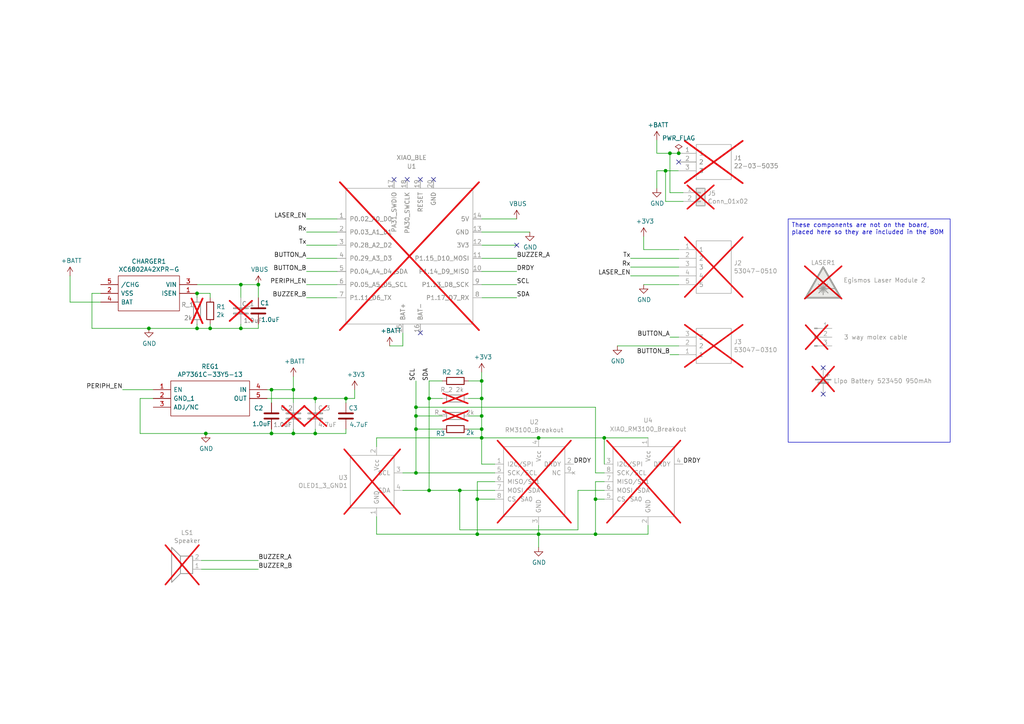
<source format=kicad_sch>
(kicad_sch (version 20231120) (generator "eeschema") (generator_version "8.0")
  (paper "A4")
  (lib_symbols
    (symbol "Connector_Generic:Conn_01x02" (pin_names (offset 1.016) hide)
      (property "Reference" "J" (at 0 2.54 0))
      (property "Value" "Conn_01x02" (at 0 -5.08 0))
      (symbol "Conn_01x02_1_1"
        (rectangle (start -1.27 -2.413) (end 0 -2.667) (stroke (width 0.1524)))
        (rectangle (start -1.27 0.127) (end 0 -0.127) (stroke (width 0.1524)))
        (rectangle (start -1.27 1.27) (end 1.27 -3.81) (stroke (width 0.254)) (fill (type background)))
        (pin passive line (at -5.08 0 0) (length 3.81) (name "Pin_1") (number "1"))
        (pin passive line (at -5.08 -2.54 0) (length 3.81) (name "Pin_2") (number "2"))
      )
    )
    (symbol "Device:Battery_Cell" (pin_numbers hide) (pin_names (offset 0) hide)
      (property "Reference" "BT" (at 2.54 2.54 0))
      (property "Value" "Battery_Cell" (at 2.54 0 0))
      (symbol "Battery_Cell_0_1"
        (rectangle (start -2.286 1.778) (end 2.286 1.524) (fill (type outline)))
        (rectangle (start -1.524 1.016) (end 1.524 0.508) (fill (type outline)))
        (polyline (pts (xy 0 0.762) (xy 0 0)))
        (polyline (pts (xy 0 1.778) (xy 0 2.54)))
        (polyline (pts (xy 0.762 3.048) (xy 1.778 3.048)) (stroke (width 0.254)))
        (polyline (pts (xy 1.27 3.556) (xy 1.27 2.54)) (stroke (width 0.254)))
      )
      (symbol "Battery_Cell_1_1"
        (pin passive line (at 0 5.08 270) (length 2.54) (name "+") (number "1"))
        (pin passive line (at 0 -2.54 90) (length 2.54) (name "-") (number "2"))
      )
    )
    (symbol "Device:C" (pin_numbers hide) (pin_names (offset 0.254))
      (property "Reference" "C" (at 0.635 2.54 0))
      (property "Value" "C" (at 0.635 -2.54 0))
      (symbol "C_0_1"
        (polyline (pts (xy -2.032 -0.762) (xy 2.032 -0.762)) (stroke (width 0.508)))
        (polyline (pts (xy -2.032 0.762) (xy 2.032 0.762)) (stroke (width 0.508)))
      )
      (symbol "C_1_1"
        (pin passive line (at 0 3.81 270) (length 2.794) (name "~") (number "1"))
        (pin passive line (at 0 -3.81 90) (length 2.794) (name "~") (number "2"))
      )
    )
    (symbol "Device:R" (pin_numbers hide) (pin_names (offset 0))
      (property "Reference" "R" (at 2.032 0 90))
      (property "Value" "R" (at 0 0 90))
      (symbol "R_0_1"
        (rectangle (start -1.016 -2.54) (end 1.016 2.54) (stroke (width 0.254)))
      )
      (symbol "R_1_1"
        (pin passive line (at 0 3.81 270) (length 1.27) (name "~") (number "1"))
        (pin passive line (at 0 -3.81 90) (length 1.27) (name "~") (number "2"))
      )
    )
    (symbol "Device:Speaker" (pin_names (offset 0) hide)
      (property "Reference" "LS" (at 1.27 5.715 0))
      (property "Value" "Speaker" (at 1.27 3.81 0))
      (symbol "Speaker_0_0"
        (rectangle (start -2.54 1.27) (end 1.016 -3.81) (stroke (width 0.254)))
        (polyline (pts (xy 1.016 1.27) (xy 3.556 3.81) (xy 3.556 -6.35) (xy 1.016 -3.81)) (stroke (width 0.254)))
      )
      (symbol "Speaker_1_1"
        (pin input line (at -5.08 0 0) (length 2.54) (name "1") (number "1"))
        (pin input line (at -5.08 -2.54 0) (length 2.54) (name "2") (number "2"))
      )
    )
    (symbol "Graphic:SYM_LASER_Large" (in_bom no) (on_board no)
      (symbol "SYM_LASER_Large_0_1"
        (polyline (pts (xy -1.905 -2.413) (xy 3.556 -2.413)) (stroke (width 0.254)))
        (polyline (pts (xy -1.27 -3.683) (xy 1.27 -1.143)) (stroke (width 0.254)))
        (polyline (pts (xy -1.143 -2.921) (xy 1.143 -1.905)))
        (polyline (pts (xy -1.143 -2.032) (xy 1.143 -2.794)))
        (polyline (pts (xy -0.508 -1.27) (xy 0.508 -3.556)))
        (polyline (pts (xy 0 -4.191) (xy 0 -0.508)) (stroke (width 0.254)))
        (polyline (pts (xy 0.508 -1.27) (xy -0.508 -3.556)))
        (polyline (pts (xy 1.397 -3.683) (xy -1.397 -1.143)) (stroke (width 0.254)))
        (polyline (pts (xy -5.08 -5.08) (xy 5.08 -5.08) (xy 0 3.81) (xy -5.08 -5.08)) (stroke (width 0.508)) (fill (type background)))
      )
    )
    (symbol "STIC-rescue:22-03-5035-SamacSys" (pin_names (offset 0.762))
      (property "Reference" "J" (at 16.51 7.62 0))
      (property "Value" "SamacSys_22-03-5035" (at 16.51 5.08 0))
      (symbol "22-03-5035-SamacSys_0_0"
        (pin passive line (at 0 0 0) (length 5.08) (name "1") (number "1"))
        (pin passive line (at 0 -2.54 0) (length 5.08) (name "2") (number "2"))
        (pin passive line (at 0 -5.08 0) (length 5.08) (name "3") (number "3"))
      )
      (symbol "22-03-5035-SamacSys_0_1"
        (polyline (pts (xy 5.08 2.54) (xy 15.24 2.54) (xy 15.24 -7.62) (xy 5.08 -7.62) (xy 5.08 2.54)) (stroke (width 0.1524)))
      )
    )
    (symbol "STIC-rescue:53047-0310-SamacSys" (pin_names (offset 0.762))
      (property "Reference" "J" (at 16.51 7.62 0))
      (property "Value" "SamacSys_53047-0310" (at 16.51 5.08 0))
      (symbol "53047-0310-SamacSys_0_0"
        (pin passive line (at 0 -5.08 0) (length 5.08) (name "1") (number "1"))
        (pin passive line (at 0 -2.54 0) (length 5.08) (name "2") (number "2"))
        (pin passive line (at 0 0 0) (length 5.08) (name "3") (number "3"))
      )
      (symbol "53047-0310-SamacSys_0_1"
        (polyline (pts (xy 5.08 2.54) (xy 15.24 2.54) (xy 15.24 -7.62) (xy 5.08 -7.62) (xy 5.08 2.54)) (stroke (width 0.1524)))
      )
    )
    (symbol "STIC-rescue:53047-0510-SamacSys" (pin_names (offset 0.762))
      (property "Reference" "J" (at 16.51 7.62 0))
      (property "Value" "SamacSys_53047-0510" (at 16.51 5.08 0))
      (symbol "53047-0510-SamacSys_0_0"
        (pin passive line (at 0 0 0) (length 5.08) (name "1") (number "1"))
        (pin passive line (at 0 -2.54 0) (length 5.08) (name "2") (number "2"))
        (pin passive line (at 0 -5.08 0) (length 5.08) (name "3") (number "3"))
        (pin passive line (at 0 -7.62 0) (length 5.08) (name "4") (number "4"))
        (pin passive line (at 0 -10.16 0) (length 5.08) (name "5") (number "5"))
      )
      (symbol "53047-0510-SamacSys_0_1"
        (polyline (pts (xy 5.08 2.54) (xy 15.24 2.54) (xy 15.24 -12.7) (xy 5.08 -12.7) (xy 5.08 2.54)) (stroke (width 0.1524)))
      )
    )
    (symbol "STIC-rescue:AP7361C-33Y5-13-AP7361C-33Y5-13" (pin_names (offset 0.762))
      (property "Reference" "IC" (at 29.21 7.62 0))
      (property "Value" "AP7361C-33Y5-13_AP7361C-33Y5-13" (at 29.21 5.08 0))
      (symbol "AP7361C-33Y5-13-AP7361C-33Y5-13_0_0"
        (pin passive line (at 0 0 0) (length 5.08) (name "EN") (number "1"))
        (pin passive line (at 0 -2.54 0) (length 5.08) (name "GND_1") (number "2"))
        (pin passive line (at 0 -5.08 0) (length 5.08) (name "ADJ/NC") (number "3"))
        (pin passive line (at 33.02 0 180) (length 5.08) (name "IN") (number "4"))
        (pin passive line (at 33.02 -2.54 180) (length 5.08) (name "OUT") (number "5"))
      )
      (symbol "AP7361C-33Y5-13-AP7361C-33Y5-13_0_1"
        (polyline (pts (xy 5.08 2.54) (xy 27.94 2.54) (xy 27.94 -7.62) (xy 5.08 -7.62) (xy 5.08 2.54)) (stroke (width 0.1524)))
      )
    )
    (symbol "STIC-rescue:Conn_01x03_Male-Connector" (pin_names (offset 1.016) hide)
      (property "Reference" "J" (at 0 5.08 0))
      (property "Value" "Connector_Conn_01x03_Male" (at 0 -5.08 0))
      (symbol "Conn_01x03_Male-Connector_1_1"
        (polyline (pts (xy 1.27 -2.54) (xy 0.8636 -2.54)) (stroke (width 0.1524)))
        (polyline (pts (xy 1.27 0) (xy 0.8636 0)) (stroke (width 0.1524)))
        (polyline (pts (xy 1.27 2.54) (xy 0.8636 2.54)) (stroke (width 0.1524)))
        (rectangle (start 0.8636 -2.413) (end 0 -2.667) (stroke (width 0.1524)) (fill (type outline)))
        (rectangle (start 0.8636 0.127) (end 0 -0.127) (stroke (width 0.1524)) (fill (type outline)))
        (rectangle (start 0.8636 2.667) (end 0 2.413) (stroke (width 0.1524)) (fill (type outline)))
        (pin passive line (at 5.08 2.54 180) (length 3.81) (name "Pin_1") (number "1"))
        (pin passive line (at 5.08 0 180) (length 3.81) (name "Pin_2") (number "2"))
        (pin passive line (at 5.08 -2.54 180) (length 3.81) (name "Pin_3") (number "3"))
      )
    )
    (symbol "STIC-rescue:OLED1_3_GND1-MDOB048064AV" (pin_names (offset 1.016))
      (property "Reference" "U" (at 0 0 0))
      (property "Value" "MDOB048064AV_OLED1_3_GND1" (at -5.08 0 90))
      (symbol "OLED1_3_GND1-MDOB048064AV_0_0"
        (pin power_in line (at 0 -10.16 90) (length 2.54) (name "GND") (number "1"))
        (pin power_in line (at 0 10.16 270) (length 2.54) (name "Vcc") (number "2"))
        (pin bidirectional line (at 7.62 2.54 180) (length 2.54) (name "SCL") (number "3"))
        (pin bidirectional line (at 7.62 -2.54 180) (length 2.54) (name "SDA") (number "4"))
      )
      (symbol "OLED1_3_GND1-MDOB048064AV_0_1"
        (rectangle (start -7.62 7.62) (end 5.08 -7.62))
      )
    )
    (symbol "STIC-rescue:RM3100_Breakout-XIAO" (pin_names (offset 1.016))
      (property "Reference" "U" (at 0 0 0))
      (property "Value" "XIAO_RM3100_Breakout" (at 0 20.32 0))
      (symbol "RM3100_Breakout-XIAO_0_1"
        (rectangle (start -10.16 12.7) (end 7.62 -7.62))
      )
      (symbol "RM3100_Breakout-XIAO_1_1"
        (pin input line (at -12.7 7.62 0) (length 2.54) (name "I2C/SPI") (number "1"))
        (pin output line (at 10.16 7.62 180) (length 2.54) (name "DRDY") (number "2"))
        (pin power_in line (at 0 -10.16 90) (length 2.54) (name "GND") (number "3"))
        (pin power_in line (at 0 15.24 270) (length 2.54) (name "Vcc") (number "4"))
        (pin input line (at -12.7 5.08 0) (length 2.54) (name "SCK/SCL") (number "5"))
        (pin input line (at -12.7 2.54 0) (length 2.54) (name "MISO/SA1") (number "6"))
        (pin input line (at -12.7 0 0) (length 2.54) (name "MOSI/SDA") (number "7"))
        (pin input line (at -12.7 -2.54 0) (length 2.54) (name "CS/SA0") (number "8"))
        (pin no_connect line (at 10.16 5.08 180) (length 2.54) (name "NC") (number "9"))
      )
    )
    (symbol "STIC-rescue:RM3100_red" (pin_names (offset 1.016))
      (property "Reference" "U" (at 0 0 0))
      (property "Value" "XIAO_RM3100_Breakout" (at 0 20.32 0))
      (symbol "RM3100_red_0_1"
        (rectangle (start -10.16 12.7) (end 7.62 -7.62))
      )
      (symbol "RM3100_red_1_1"
        (pin power_in line (at 0 15.24 270) (length 2.54) (name "Vcc") (number "1"))
        (pin power_in line (at 0 -10.16 90) (length 2.54) (name "GND") (number "2"))
        (pin input line (at -12.7 7.62 0) (length 2.54) (name "I2C/SPI") (number "3"))
        (pin output line (at 10.16 7.62 180) (length 2.54) (name "DRDY") (number "4"))
        (pin input line (at -12.7 -2.54 0) (length 2.54) (name "CS/SA0") (number "5"))
        (pin input line (at -12.7 0 0) (length 2.54) (name "MOSI/SDA") (number "6"))
        (pin input line (at -12.7 2.54 0) (length 2.54) (name "MISO/SA1") (number "7"))
        (pin input line (at -12.7 5.08 0) (length 2.54) (name "SCK/SCL") (number "8"))
      )
    )
    (symbol "STIC-rescue:XC6802A42XMR-G-XC6802A42XMR-G" (pin_names (offset 0.762))
      (property "Reference" "IC" (at 24.13 7.62 0))
      (property "Value" "XC6802A42XMR-G_XC6802A42XMR-G" (at 24.13 5.08 0))
      (symbol "XC6802A42XMR-G-XC6802A42XMR-G_0_0"
        (pin passive line (at 27.94 -2.54 180) (length 5.08) (name "ISEN") (number "1"))
        (pin passive line (at 0 -2.54 0) (length 5.08) (name "VSS") (number "2"))
        (pin passive line (at 27.94 0 180) (length 5.08) (name "VIN") (number "3"))
        (pin passive line (at 0 -5.08 0) (length 5.08) (name "BAT") (number "4"))
        (pin passive line (at 0 0 0) (length 5.08) (name "/CHG") (number "5"))
      )
      (symbol "XC6802A42XMR-G-XC6802A42XMR-G_0_1"
        (polyline (pts (xy 5.08 2.54) (xy 22.86 2.54) (xy 22.86 -7.62) (xy 5.08 -7.62) (xy 5.08 2.54)) (stroke (width 0.1524)))
      )
    )
    (symbol "STIC-rescue:XIAO_BLE-XIAO" (pin_names (offset 1.016))
      (property "Reference" "U" (at -19.05 22.86 0))
      (property "Value" "XIAO_XIAO_BLE" (at -12.7 21.59 0))
      (symbol "XIAO_BLE-XIAO_0_1"
        (rectangle (start -19.05 20.32) (end 17.78 -19.05))
      )
      (symbol "XIAO_BLE-XIAO_1_1"
        (pin bidirectional line (at -21.59 11.43 0) (length 2.54) (name "P0.02_A0_D0") (number "1"))
        (pin bidirectional line (at 20.32 -3.81 180) (length 2.54) (name "P1.14_D9_MISO") (number "10"))
        (pin bidirectional line (at 20.32 0 180) (length 2.54) (name "P1.15_D10_MOSI") (number "11"))
        (pin power_out line (at 20.32 3.81 180) (length 2.54) (name "3V3") (number "12"))
        (pin power_out line (at 20.32 7.62 180) (length 2.54) (name "GND") (number "13"))
        (pin power_out line (at 20.32 11.43 180) (length 2.54) (name "5V") (number "14"))
        (pin power_in line (at -2.54 -21.59 90) (length 2.54) (name "BAT+") (number "15"))
        (pin power_in line (at 2.54 -21.59 90) (length 2.54) (name "BAT-") (number "16"))
        (pin input line (at -5.08 22.86 270) (length 2.54) (name "PA31_SWDIO") (number "17"))
        (pin input line (at -1.27 22.86 270) (length 2.54) (name "PA30_SWCLK") (number "18"))
        (pin input line (at 2.54 22.86 270) (length 2.54) (name "RESET") (number "19"))
        (pin bidirectional line (at -21.59 7.62 0) (length 2.54) (name "P0.03_A1_D1") (number "2"))
        (pin power_out line (at 6.35 22.86 270) (length 2.54) (name "GND") (number "20"))
        (pin bidirectional line (at -21.59 3.81 0) (length 2.54) (name "P0.28_A2_D2") (number "3"))
        (pin bidirectional line (at -21.59 0 0) (length 2.54) (name "P0.29_A3_D3") (number "4"))
        (pin bidirectional line (at -21.59 -3.81 0) (length 2.54) (name "P0.04_A4_D4_SDA") (number "5"))
        (pin bidirectional line (at -21.59 -7.62 0) (length 2.54) (name "P0.05_A5_D5_SCL") (number "6"))
        (pin bidirectional line (at -21.59 -11.43 0) (length 2.54) (name "P1.11_D6_TX") (number "7"))
        (pin bidirectional line (at 20.32 -11.43 180) (length 2.54) (name "P1.17_D7_RX") (number "8"))
        (pin bidirectional line (at 20.32 -7.62 180) (length 2.54) (name "P1.13_D8_SCK") (number "9"))
      )
    )
    (symbol "power:+3V3" (power) (pin_names (offset 0))
      (property "Value" "+3V3" (at 0 3.556 0))
      (symbol "+3V3_0_1"
        (polyline (pts (xy -0.762 1.27) (xy 0 2.54)))
        (polyline (pts (xy 0 0) (xy 0 2.54)))
        (polyline (pts (xy 0 2.54) (xy 0.762 1.27)))
      )
      (symbol "+3V3_1_1"
        (pin power_in line (at 0 0 90) (length 0) hide (name "+3V3") (number "1"))
      )
    )
    (symbol "power:+BATT" (power) (pin_names (offset 0))
      (property "Value" "+BATT" (at 0 3.556 0))
      (symbol "+BATT_0_1"
        (polyline (pts (xy -0.762 1.27) (xy 0 2.54)))
        (polyline (pts (xy 0 0) (xy 0 2.54)))
        (polyline (pts (xy 0 2.54) (xy 0.762 1.27)))
      )
      (symbol "+BATT_1_1"
        (pin power_in line (at 0 0 90) (length 0) hide (name "+BATT") (number "1"))
      )
    )
    (symbol "power:GND" (power) (pin_names (offset 0))
      (property "Value" "GND" (at 0 -3.81 0))
      (symbol "GND_0_1"
        (polyline (pts (xy 0 0) (xy 0 -1.27) (xy 1.27 -1.27) (xy 0 -2.54) (xy -1.27 -1.27) (xy 0 -1.27)))
      )
      (symbol "GND_1_1"
        (pin power_in line (at 0 0 270) (length 0) hide (name "GND") (number "1"))
      )
    )
    (symbol "power:PWR_FLAG" (power) (pin_numbers hide) (pin_names (offset 0) hide)
      (property "Value" "PWR_FLAG" (at 0 3.81 0))
      (symbol "PWR_FLAG_0_0"
        (pin power_out line (at 0 0 90) (length 0) (name "pwr") (number "1"))
      )
      (symbol "PWR_FLAG_0_1"
        (polyline (pts (xy 0 0) (xy 0 1.27) (xy -1.016 1.905) (xy 0 2.54) (xy 1.016 1.905) (xy 0 1.27)))
      )
    )
    (symbol "power:VBUS" (power) (pin_names (offset 0))
      (property "Value" "VBUS" (at 0 3.81 0))
      (symbol "VBUS_0_1"
        (polyline (pts (xy -0.762 1.27) (xy 0 2.54)))
        (polyline (pts (xy 0 0) (xy 0 2.54)))
        (polyline (pts (xy 0 2.54) (xy 0.762 1.27)))
      )
      (symbol "VBUS_1_1"
        (pin power_in line (at 0 0 90) (length 0) hide (name "VBUS") (number "1"))
      )
    )
  )
  (junction (at 139.7 120.65))
  (junction (at 60.96 95.25))
  (junction (at 120.65 137.16))
  (junction (at 194.31 44.45))
  (junction (at 172.72 154.94))
  (junction (at 85.09 125.73))
  (junction (at 156.21 127))
  (junction (at 78.74 125.73))
  (junction (at 100.33 115.57))
  (junction (at 91.44 115.57))
  (junction (at 43.18 95.25))
  (junction (at 57.15 85.09))
  (junction (at 139.7 124.46))
  (junction (at 124.46 115.57))
  (junction (at 91.44 125.73))
  (junction (at 139.7 110.49))
  (junction (at 85.09 113.03))
  (junction (at 156.21 154.94))
  (junction (at 57.15 95.25))
  (junction (at 69.85 95.25))
  (junction (at 133.35 142.24))
  (junction (at 138.43 154.94))
  (junction (at 120.65 120.65))
  (junction (at 196.85 44.45))
  (junction (at 78.74 113.03))
  (junction (at 120.65 118.11))
  (junction (at 74.93 82.55))
  (junction (at 139.7 115.57))
  (junction (at 172.72 144.78))
  (junction (at 139.7 127))
  (junction (at 59.69 125.73))
  (junction (at 69.85 82.55))
  (junction (at 124.46 142.24))
  (junction (at 138.43 144.78))
  (junction (at 120.65 124.46))
  (junction (at 193.04 49.53))
  (junction (at 175.26 127))
  (no_connect (at 125.73 52.07))
  (no_connect (at 114.3 52.07))
  (no_connect (at 149.86 71.12))
  (no_connect (at 196.85 46.99))
  (no_connect (at 238.76 114.3))
  (no_connect (at 118.11 52.07))
  (no_connect (at 238.76 106.68))
  (no_connect (at 121.92 96.52))
  (no_connect (at 121.92 52.07))
  (wire (pts (xy 60.96 95.25) (xy 69.85 95.25)))
  (wire (pts (xy 198.12 58.42) (xy 193.04 58.42)))
  (wire (pts (xy 74.93 82.55) (xy 69.85 82.55)))
  (wire (pts (xy 109.22 154.94) (xy 138.43 154.94)))
  (wire (pts (xy 120.65 137.16) (xy 143.51 137.16)))
  (wire (pts (xy 124.46 110.49) (xy 128.27 110.49)))
  (wire (pts (xy 100.33 125.73) (xy 91.44 125.73)))
  (wire (pts (xy 57.15 95.25) (xy 60.96 95.25)))
  (wire (pts (xy 135.89 115.57) (xy 139.7 115.57)))
  (wire (pts (xy 194.31 44.45) (xy 190.5 44.45)))
  (wire (pts (xy 88.9 63.5) (xy 97.79 63.5)))
  (wire (pts (xy 139.7 127) (xy 139.7 134.62)))
  (wire (pts (xy 135.89 120.65) (xy 139.7 120.65)))
  (wire (pts (xy 78.74 113.03) (xy 85.09 113.03)))
  (wire (pts (xy 196.85 80.01) (xy 182.88 80.01)))
  (wire (pts (xy 20.32 87.63) (xy 20.32 80.01)))
  (wire (pts (xy 40.64 125.73) (xy 59.69 125.73)))
  (wire (pts (xy 128.27 120.65) (xy 120.65 120.65)))
  (wire (pts (xy 60.96 86.36) (xy 60.96 85.09)))
  (wire (pts (xy 172.72 154.94) (xy 156.21 154.94)))
  (wire (pts (xy 60.96 85.09) (xy 57.15 85.09)))
  (wire (pts (xy 186.69 72.39) (xy 186.69 68.58)))
  (wire (pts (xy 194.31 55.88) (xy 198.12 55.88)))
  (wire (pts (xy 139.7 86.36) (xy 149.86 86.36)))
  (wire (pts (xy 194.31 44.45) (xy 194.31 55.88)))
  (wire (pts (xy 74.93 95.25) (xy 69.85 95.25)))
  (wire (pts (xy 139.7 110.49) (xy 139.7 115.57)))
  (wire (pts (xy 196.85 77.47) (xy 182.88 77.47)))
  (wire (pts (xy 194.31 102.87) (xy 196.85 102.87)))
  (wire (pts (xy 196.85 49.53) (xy 193.04 49.53)))
  (wire (pts (xy 133.35 153.67) (xy 133.35 142.24)))
  (wire (pts (xy 139.7 107.95) (xy 139.7 110.49)))
  (wire (pts (xy 139.7 71.12) (xy 149.86 71.12)))
  (wire (pts (xy 97.79 67.31) (xy 88.9 67.31)))
  (wire (pts (xy 138.43 154.94) (xy 156.21 154.94)))
  (wire (pts (xy 57.15 95.25) (xy 57.15 93.98)))
  (wire (pts (xy 74.93 162.56) (xy 58.42 162.56)))
  (wire (pts (xy 69.85 82.55) (xy 69.85 86.36)))
  (wire (pts (xy 120.65 120.65) (xy 120.65 118.11)))
  (wire (pts (xy 29.21 85.09) (xy 26.67 85.09)))
  (wire (pts (xy 128.27 115.57) (xy 124.46 115.57)))
  (wire (pts (xy 116.84 142.24) (xy 124.46 142.24)))
  (wire (pts (xy 35.56 113.03) (xy 44.45 113.03)))
  (wire (pts (xy 78.74 124.46) (xy 78.74 125.73)))
  (wire (pts (xy 196.85 74.93) (xy 182.88 74.93)))
  (wire (pts (xy 135.89 110.49) (xy 139.7 110.49)))
  (wire (pts (xy 85.09 109.22) (xy 85.09 113.03)))
  (wire (pts (xy 91.44 124.46) (xy 91.44 125.73)))
  (wire (pts (xy 69.85 93.98) (xy 69.85 95.25)))
  (wire (pts (xy 139.7 74.93) (xy 149.86 74.93)))
  (wire (pts (xy 196.85 97.79) (xy 194.31 97.79)))
  (wire (pts (xy 109.22 149.86) (xy 109.22 154.94)))
  (wire (pts (xy 143.51 144.78) (xy 138.43 144.78)))
  (wire (pts (xy 116.84 137.16) (xy 120.65 137.16)))
  (wire (pts (xy 139.7 115.57) (xy 139.7 120.65)))
  (wire (pts (xy 193.04 49.53) (xy 190.5 49.53)))
  (wire (pts (xy 156.21 154.94) (xy 156.21 152.4)))
  (wire (pts (xy 139.7 67.31) (xy 153.67 67.31)))
  (wire (pts (xy 190.5 44.45) (xy 190.5 40.64)))
  (wire (pts (xy 196.85 44.45) (xy 194.31 44.45)))
  (wire (pts (xy 57.15 86.36) (xy 57.15 85.09)))
  (wire (pts (xy 100.33 115.57) (xy 102.87 115.57)))
  (wire (pts (xy 156.21 127) (xy 175.26 127)))
  (wire (pts (xy 85.09 113.03) (xy 85.09 116.84)))
  (wire (pts (xy 97.79 82.55) (xy 88.9 82.55)))
  (wire (pts (xy 133.35 142.24) (xy 143.51 142.24)))
  (wire (pts (xy 97.79 74.93) (xy 88.9 74.93)))
  (wire (pts (xy 139.7 82.55) (xy 149.86 82.55)))
  (wire (pts (xy 78.74 113.03) (xy 78.74 116.84)))
  (wire (pts (xy 175.26 127) (xy 187.96 127)))
  (wire (pts (xy 100.33 115.57) (xy 100.33 116.84)))
  (wire (pts (xy 196.85 72.39) (xy 186.69 72.39)))
  (wire (pts (xy 120.65 124.46) (xy 128.27 124.46)))
  (wire (pts (xy 91.44 125.73) (xy 85.09 125.73)))
  (wire (pts (xy 138.43 139.7) (xy 138.43 144.78)))
  (wire (pts (xy 59.69 125.73) (xy 78.74 125.73)))
  (wire (pts (xy 124.46 142.24) (xy 133.35 142.24)))
  (wire (pts (xy 40.64 115.57) (xy 40.64 125.73)))
  (wire (pts (xy 167.64 153.67) (xy 133.35 153.67)))
  (wire (pts (xy 58.42 165.1) (xy 74.93 165.1)))
  (wire (pts (xy 172.72 144.78) (xy 172.72 154.94)))
  (wire (pts (xy 124.46 142.24) (xy 124.46 115.57)))
  (wire (pts (xy 167.64 142.24) (xy 167.64 153.67)))
  (wire (pts (xy 43.18 95.25) (xy 57.15 95.25)))
  (wire (pts (xy 74.93 82.55) (xy 74.93 86.36)))
  (wire (pts (xy 44.45 115.57) (xy 40.64 115.57)))
  (wire (pts (xy 120.65 124.46) (xy 120.65 120.65)))
  (wire (pts (xy 113.03 100.33) (xy 116.84 100.33)))
  (wire (pts (xy 85.09 124.46) (xy 85.09 125.73)))
  (wire (pts (xy 139.7 63.5) (xy 149.86 63.5)))
  (wire (pts (xy 187.96 152.4) (xy 187.96 154.94)))
  (wire (pts (xy 139.7 124.46) (xy 139.7 127)))
  (wire (pts (xy 190.5 49.53) (xy 190.5 54.61)))
  (wire (pts (xy 135.89 124.46) (xy 139.7 124.46)))
  (wire (pts (xy 20.32 87.63) (xy 29.21 87.63)))
  (wire (pts (xy 120.65 137.16) (xy 120.65 124.46)))
  (wire (pts (xy 78.74 125.73) (xy 85.09 125.73)))
  (wire (pts (xy 116.84 96.52) (xy 116.84 100.33)))
  (wire (pts (xy 100.33 124.46) (xy 100.33 125.73)))
  (wire (pts (xy 26.67 85.09) (xy 26.67 95.25)))
  (wire (pts (xy 139.7 78.74) (xy 149.86 78.74)))
  (wire (pts (xy 97.79 86.36) (xy 88.9 86.36)))
  (wire (pts (xy 193.04 58.42) (xy 193.04 49.53)))
  (wire (pts (xy 139.7 134.62) (xy 143.51 134.62)))
  (wire (pts (xy 196.85 100.33) (xy 179.07 100.33)))
  (wire (pts (xy 91.44 116.84) (xy 91.44 115.57)))
  (wire (pts (xy 156.21 154.94) (xy 156.21 158.75)))
  (wire (pts (xy 77.47 113.03) (xy 78.74 113.03)))
  (wire (pts (xy 172.72 118.11) (xy 172.72 137.16)))
  (wire (pts (xy 120.65 118.11) (xy 120.65 110.49)))
  (wire (pts (xy 26.67 95.25) (xy 43.18 95.25)))
  (wire (pts (xy 175.26 127) (xy 175.26 134.62)))
  (wire (pts (xy 175.26 137.16) (xy 172.72 137.16)))
  (wire (pts (xy 109.22 127) (xy 139.7 127)))
  (wire (pts (xy 172.72 154.94) (xy 187.96 154.94)))
  (wire (pts (xy 120.65 118.11) (xy 172.72 118.11)))
  (wire (pts (xy 175.26 142.24) (xy 167.64 142.24)))
  (wire (pts (xy 172.72 144.78) (xy 175.26 144.78)))
  (wire (pts (xy 97.79 71.12) (xy 88.9 71.12)))
  (wire (pts (xy 138.43 144.78) (xy 138.43 154.94)))
  (wire (pts (xy 109.22 129.54) (xy 109.22 127)))
  (wire (pts (xy 60.96 93.98) (xy 60.96 95.25)))
  (wire (pts (xy 102.87 115.57) (xy 102.87 113.03)))
  (wire (pts (xy 77.47 115.57) (xy 91.44 115.57)))
  (wire (pts (xy 91.44 115.57) (xy 100.33 115.57)))
  (wire (pts (xy 175.26 139.7) (xy 172.72 139.7)))
  (wire (pts (xy 196.85 82.55) (xy 186.69 82.55)))
  (wire (pts (xy 74.93 93.98) (xy 74.93 95.25)))
  (wire (pts (xy 143.51 139.7) (xy 138.43 139.7)))
  (wire (pts (xy 97.79 78.74) (xy 88.9 78.74)))
  (wire (pts (xy 57.15 82.55) (xy 69.85 82.55)))
  (wire (pts (xy 139.7 120.65) (xy 139.7 124.46)))
  (wire (pts (xy 124.46 115.57) (xy 124.46 110.49)))
  (wire (pts (xy 156.21 127) (xy 139.7 127)))
  (wire (pts (xy 172.72 139.7) (xy 172.72 144.78)))
  (text_box "These components are not on the board, placed here so they are included in the BOM" (at 228.6 63.5 0) (size 46.99 64.77) (effects (font (size 1.27 1.27)) (justify left top)))
  (label "DRDY" (at 166.37 134.62 0))
  (label "Tx" (at 182.88 74.93 180))
  (label "PERIPH_EN" (at 35.56 113.03 180))
  (label "BUZZER_B" (at 74.93 165.1 0))
  (label "SCL" (at 149.86 82.55 0))
  (label "BUZZER_B" (at 88.9 86.36 180))
  (label "DRDY" (at 149.86 78.74 0))
  (label "DRDY" (at 198.12 134.62 0))
  (label "SDA" (at 149.86 86.36 0))
  (label "BUZZER_A" (at 74.93 162.56 0))
  (label "BUTTON_A" (at 194.31 97.79 180))
  (label "SDA" (at 124.46 110.49 90))
  (label "Rx" (at 182.88 77.47 180))
  (label "SCL" (at 120.65 110.49 90))
  (label "Tx" (at 88.9 71.12 180))
  (label "BUTTON_B" (at 194.31 102.87 180))
  (label "BUTTON_A" (at 88.9 74.93 180))
  (label "BUZZER_A" (at 149.86 74.93 0))
  (label "PERIPH_EN" (at 88.9 82.55 180))
  (label "Rx" (at 88.9 67.31 180))
  (label "LASER_EN" (at 182.88 80.01 180))
  (label "BUTTON_B" (at 88.9 78.74 180))
  (label "LASER_EN" (at 88.9 63.5 180))
  (symbol (lib_id "STIC-rescue:XIAO_BLE-XIAO") (at 119.38 74.93 0) (unit 1) (dnp yes)
    (property "Reference" "U1" (at 119.38 48.26 0))
    (property "Value" "XIAO_BLE" (at 119.38 45.72 0))
    (property "Footprint" "XIAO:Seeeduino_XIAO-MOUDLE14P-2.54-21X17.8MM" (effects (hide yes)))
    (property "Description" "XIAO nRF52840 Sense microcontroller" (effects (hide yes)))
    (property "Farnell Part Number" "4060352 " (effects (hide yes)))
    (property "Manufacturer_Part_Number" "102010469" (effects (hide yes)))
    (property "Mouser Part Number" "4060352 " (effects (hide yes)))
    (property "Manufacturer_Name" "Seeed" (effects (hide yes)))
  )
  (symbol (lib_id "Device:Speaker") (at 53.34 165.1 180) (unit 1) (dnp yes)
    (property "Reference" "LS1" (at 54.2798 154.5082 0))
    (property "Value" "Speaker" (at 54.2798 156.8196 0))
    (property "Footprint" "KiCad_imports:SPKR_AST1240MLTRQ" (effects (hide yes)))
    (property "Description" "Piezo transducer, 12mm" (effects (hide yes)))
    (property "Manufacturer_Part_Number" "AST1240MLTRQ or MCABT-458-RC " (effects (hide yes)))
    (property "Farnell Part Number" "2433031" (effects (hide yes)))
  )
  (symbol (lib_id "STIC-rescue:RM3100_Breakout-XIAO") (at 156.21 142.24 0) (unit 1) (dnp yes)
    (property "Reference" "U2" (at 154.94 122.4026 0))
    (property "Value" "RM3100_Breakout" (at 154.94 124.714 0))
    (property "Footprint" "XIAO:RM3100_Breakout" (effects (hide yes)))
    (property "Description" "RM3100 magnetometer - breakout board" (effects (hide yes)))
    (property "Manufacturer_Part_Number" "https://www.aliexpress.com/item/1005001698153630.html" (effects (hide yes)))
  )
  (symbol (lib_id "power:+3V3") (at 102.87 113.03 0) (unit 1)
    (property "Reference" "#PWR01" (effects (hide yes)))
    (property "Value" "+3V3" (at 103.251 108.6358 0))
  )
  (symbol (lib_id "power:GND") (at 156.21 158.75 0) (unit 1)
    (property "Reference" "#PWR02" (effects (hide yes)))
    (property "Value" "GND" (at 156.337 163.1442 0))
  )
  (symbol (lib_id "Device:R") (at 132.08 115.57 270) (unit 1) (dnp yes)
    (property "Reference" "R_2" (at 129.54 113.03 90))
    (property "Value" "2k" (at 133.35 113.03 90))
    (property "Footprint" "Resistor_THT:R_Axial_DIN0204_L3.6mm_D1.6mm_P5.08mm_Horizontal" (effects (hide yes)))
    (property "Farnell Part Number" "9342788" (effects (hide yes)))
    (property "Manufacturer_Part_Number" "MF12 2K " (effects (hide yes)))
  )
  (symbol (lib_id "Device:R") (at 132.08 120.65 270) (unit 1) (dnp yes)
    (property "Reference" "R_3" (at 127.762 119.634 90))
    (property "Value" "2k" (at 136.398 119.634 90))
    (property "Footprint" "Resistor_THT:R_Axial_DIN0204_L3.6mm_D1.6mm_P5.08mm_Horizontal" (effects (hide yes)))
    (property "Farnell Part Number" "9342788" (effects (hide yes)))
    (property "Manufacturer_Part_Number" "MF12 2K " (effects (hide yes)))
  )
  (symbol (lib_id "power:+BATT") (at 113.03 100.33 0) (unit 1)
    (property "Reference" "#PWR07" (effects (hide yes)))
    (property "Value" "+BATT" (at 113.411 95.9358 0))
  )
  (symbol (lib_id "power:GND") (at 153.67 67.31 0) (unit 1)
    (property "Reference" "#PWR0101" (effects (hide yes)))
    (property "Value" "GND" (at 153.797 71.7042 0))
  )
  (symbol (lib_id "power:PWR_FLAG") (at 196.85 44.45 0) (unit 1)
    (property "Reference" "#FLG0101" (effects (hide yes)))
    (property "Value" "PWR_FLAG" (at 196.85 40.0558 0))
  )
  (symbol (lib_id "STIC-rescue:22-03-5035-SamacSys") (at 196.85 44.45 0) (unit 1) (dnp yes)
    (property "Reference" "J1" (at 212.8012 45.8216 0) (effects (justify left)))
    (property "Value" "22-03-5035" (at 212.8012 48.133 0) (effects (justify left)))
    (property "Footprint" "Connector_Molex:Molex_SPOX_5267-03A_1x03_P2.50mm_Vertical" (effects (hide yes)))
    (property "Datasheet" "http://uk.rs-online.com/web/p/products/6878048P" (effects (hide yes)))
    (property "Description" "Header 2.5mm SPOX,WTB,vert, shrouded, 3w Molex SPOX Series, Series Number 5267, 2.5mm Pitch 3 Way 1 Row Straight PCB Header, Solder Termination, 3A" (effects (hide yes)))
    (property "Height" "5.9" (effects (hide yes)))
    (property "RS Part Number" "6878048P" (effects (hide yes)))
    (property "RS Price/Stock" "http://uk.rs-online.com/web/p/products/6878048P" (effects (hide yes)))
    (property "Manufacturer_Name" "Molex" (effects (hide yes)))
    (property "Manufacturer_Part_Number" "22-03-5035" (effects (hide yes)))
    (property "Allied_Number" "70248167" (effects (hide yes)))
    (property "Farnell Part Number" "9979620" (effects (hide yes)))
  )
  (symbol (lib_id "power:+BATT") (at 190.5 40.64 0) (unit 1)
    (property "Reference" "#PWR0104" (effects (hide yes)))
    (property "Value" "+BATT" (at 190.881 36.2458 0))
  )
  (symbol (lib_id "power:GND") (at 190.5 54.61 0) (unit 1)
    (property "Reference" "#PWR0105" (effects (hide yes)))
    (property "Value" "GND" (at 190.627 59.0042 0))
  )
  (symbol (lib_id "STIC-rescue:53047-0510-SamacSys") (at 196.85 72.39 0) (unit 1) (dnp yes)
    (property "Reference" "J2" (at 212.8012 76.3016 0) (effects (justify left)))
    (property "Value" "53047-0510" (at 212.8012 78.613 0) (effects (justify left)))
    (property "Footprint" "Connector_Molex:Molex_PicoBlade_53047-0510_1x05_P1.25mm_Vertical" (effects (hide yes)))
    (property "Datasheet" "http://uk.rs-online.com/web/p/products/4476596P" (effects (hide yes)))
    (property "Description" "Headers & Wire Housings VERTICAL HDR 5P" (effects (hide yes)))
    (property "Height" "4.4" (effects (hide yes)))
    (property "RS Part Number" "4476596P" (effects (hide yes)))
    (property "RS Price/Stock" "http://uk.rs-online.com/web/p/products/4476596P" (effects (hide yes)))
    (property "Manufacturer_Name" "Molex" (effects (hide yes)))
    (property "Manufacturer_Part_Number" "53047-0510" (effects (hide yes)))
    (property "Allied_Number" "70266929" (effects (hide yes)))
    (property "Farnell Part Number" "9732861" (effects (hide yes)))
  )
  (symbol (lib_id "power:+3V3") (at 139.7 107.95 0) (unit 1)
    (property "Reference" "#PWR0106" (effects (hide yes)))
    (property "Value" "+3V3" (at 140.081 103.5558 0))
  )
  (symbol (lib_id "power:+3V3") (at 186.69 68.58 0) (unit 1)
    (property "Reference" "#PWR0107" (effects (hide yes)))
    (property "Value" "+3V3" (at 187.071 64.1858 0))
  )
  (symbol (lib_id "power:GND") (at 186.69 82.55 0) (unit 1)
    (property "Reference" "#PWR0108" (effects (hide yes)))
    (property "Value" "GND" (at 186.817 86.9442 0))
  )
  (symbol (lib_id "STIC-rescue:53047-0310-SamacSys") (at 196.85 97.79 0) (unit 1) (dnp yes)
    (property "Reference" "J3" (at 212.8012 99.1616 0) (effects (justify left)))
    (property "Value" "53047-0310" (at 212.8012 101.473 0) (effects (justify left)))
    (property "Footprint" "Connector_Molex:Molex_PicoBlade_53047-0310_1x03_P1.25mm_Vertical" (effects (hide yes)))
    (property "Datasheet" "http://uk.rs-online.com/web/p/products/3191064P" (effects (hide yes)))
    (property "Description" "Headers & Wire Housings VERTICAL HDR 3P" (effects (hide yes)))
    (property "Height" "4.4" (effects (hide yes)))
    (property "RS Part Number" "3191064P" (effects (hide yes)))
    (property "RS Price/Stock" "http://uk.rs-online.com/web/p/products/3191064P" (effects (hide yes)))
    (property "Manufacturer_Name" "Molex" (effects (hide yes)))
    (property "Manufacturer_Part_Number" "53047-0310" (effects (hide yes)))
    (property "Allied_Number" "70266925" (effects (hide yes)))
    (property "Farnell Part Number" "9732853" (effects (hide yes)))
  )
  (symbol (lib_id "power:GND") (at 179.07 100.33 0) (unit 1)
    (property "Reference" "#PWR0109" (effects (hide yes)))
    (property "Value" "GND" (at 179.197 104.7242 0))
  )
  (symbol (lib_id "STIC-rescue:OLED1_3_GND1-MDOB048064AV") (at 109.22 139.7 0) (unit 1) (dnp yes)
    (property "Reference" "U3" (at 100.8888 138.5316 0) (effects (justify right)))
    (property "Value" "OLED1_3_GND1" (at 100.8888 140.843 0) (effects (justify right)))
    (property "Footprint" "KiCad_imports:OLED1_3" (effects (hide yes)))
    (property "Description" "1.3\" OLED display - widely available on AliExpress and eBay, check 1st pin is GND" (effects (hide yes)))
    (property "Manufacturer_Part_Number" "https://www.aliexpress.com/item/32830144222.html" (effects (hide yes)))
  )
  (symbol (lib_id "power:VBUS") (at 149.86 63.5 0) (unit 1)
    (property "Reference" "#PWR0110" (effects (hide yes)))
    (property "Value" "VBUS" (at 150.241 59.1058 0))
  )
  (symbol (lib_id "power:VBUS") (at 74.93 82.55 0) (unit 1)
    (property "Reference" "#PWR0111" (effects (hide yes)))
    (property "Value" "VBUS" (at 75.311 78.1558 0))
  )
  (symbol (lib_id "power:GND") (at 59.69 125.73 0) (unit 1)
    (property "Reference" "#PWR0102" (effects (hide yes)))
    (property "Value" "GND" (at 59.817 130.1242 0))
  )
  (symbol (lib_id "power:+BATT") (at 85.09 109.22 0) (unit 1)
    (property "Reference" "#PWR0103" (effects (hide yes)))
    (property "Value" "+BATT" (at 85.471 104.8258 0))
  )
  (symbol (lib_id "Device:C") (at 91.44 120.65 0) (unit 1) (dnp yes)
    (property "Reference" "C_3" (at 92.202 118.364 0) (effects (justify left)))
    (property "Value" "4.7uF" (at 92.202 123.19 0) (effects (justify left)))
    (property "Footprint" "Capacitor_THT:C_Disc_D5.0mm_W2.5mm_P2.50mm" (effects (hide yes)))
    (property "Manufacturer_Part_Number" "FG14X5R1H475KRT06" (effects (hide yes)))
    (property "Farnell Part Number" "3618969" (effects (hide yes)))
  )
  (symbol (lib_id "Device:C") (at 85.09 120.65 0) (unit 1) (dnp yes)
    (property "Reference" "C_2" (at 81.28 118.364 0) (effects (justify left)))
    (property "Value" "1.0uF" (at 79.248 123.19 0) (effects (justify left)))
    (property "Footprint" "Capacitor_THT:C_Disc_D5.0mm_W2.5mm_P2.50mm" (effects (hide yes)))
    (property "Manufacturer_Part_Number" "FG18X7R1E105KRT06" (effects (hide yes)))
    (property "Farnell Part Number" "3416643" (effects (hide yes)))
  )
  (symbol (lib_id "STIC-rescue:XC6802A42XMR-G-XC6802A42XMR-G") (at 29.21 82.55 0) (unit 1)
    (property "Reference" "CHARGER1" (at 43.18 75.819 0))
    (property "Value" "XC6802A42XPR-G" (at 43.18 78.1304 0))
    (property "Footprint" "Package_TO_SOT_SMD:SOT-89-5_Handsoldering" (effects (hide yes)))
    (property "Datasheet" "https://www.torexsemi.com/file/xc6802/XC6802.pdf" (effects (hide yes)))
    (property "Description" "TOREX - XC6802A42XMR-G - IC, BATTERY CHARGER, LI-ION, SOT-25" (effects (hide yes)))
    (property "Height" "1.3" (effects (hide yes)))
    (property "Manufacturer_Name" "Torex" (effects (hide yes)))
    (property "Manufacturer_Part_Number" "XC6802A42XMR-G" (effects (hide yes)))
    (property "Mouser Part Number" "865-XC6802A42XMR-G" (effects (hide yes)))
    (property "Mouser Price/Stock" "https://www.mouser.co.uk/ProductDetail/Torex-Semiconductor/XC6802A42XMR-G?qs=AsjdqWjXhJ99%252BcS5YGfUeQ%3D%3D" (effects (hide yes)))
    (property "Farnell Part Number" "3535545" (effects (hide yes)))
  )
  (symbol (lib_id "power:GND") (at 43.18 95.25 0) (unit 1)
    (property "Reference" "#PWR0112" (effects (hide yes)))
    (property "Value" "GND" (at 43.307 99.6442 0))
  )
  (symbol (lib_id "power:+BATT") (at 20.32 80.01 0) (unit 1)
    (property "Reference" "#PWR0113" (effects (hide yes)))
    (property "Value" "+BATT" (at 20.701 75.6158 0))
  )
  (symbol (lib_id "Device:R") (at 57.15 90.17 0) (unit 1) (dnp yes)
    (property "Reference" "R_1" (at 52.578 88.392 0) (effects (justify left)))
    (property "Value" "2k" (at 53.34 92.202 0) (effects (justify left)))
    (property "Footprint" "Resistor_THT:R_Axial_DIN0204_L3.6mm_D1.6mm_P5.08mm_Horizontal" (effects (hide yes)))
    (property "Farnell Part Number" "9342788" (effects (hide yes)))
    (property "Manufacturer_Part_Number" "MF12 2K " (effects (hide yes)))
  )
  (symbol (lib_id "STIC-rescue:AP7361C-33Y5-13-AP7361C-33Y5-13") (at 44.45 113.03 0) (unit 1)
    (property "Reference" "REG1" (at 60.96 106.299 0))
    (property "Value" "AP7361C-33Y5-13" (at 60.96 108.6104 0))
    (property "Footprint" "Package_TO_SOT_SMD:SOT-89-5_Handsoldering" (effects (hide yes)))
    (property "Datasheet" "https://www.diodes.com/assets/Datasheets/AP7361C.pdf" (effects (hide yes)))
    (property "Description" "DIODES INC. - AP7361C-33Y5-13 - LDO, FIXED, 3.3V, 1A, -40 TO 85DEG C" (effects (hide yes)))
    (property "Manufacturer_Name" "Diodes Inc." (effects (hide yes)))
    (property "Manufacturer_Part_Number" "AP7361C-33Y5-13" (effects (hide yes)))
    (property "Mouser Part Number" "621-AP7361C-33Y5-13" (effects (hide yes)))
    (property "Mouser Price/Stock" "https://www.mouser.co.uk/ProductDetail/Diodes-Incorporated/AP7361C-33Y5-13?qs=xisxFN06iGfHzLSxgFys7Q%3D%3D" (effects (hide yes)))
    (property "Arrow Part Number" "AP7361C-33Y5-13" (effects (hide yes)))
    (property "Arrow Price/Stock" "https://www.arrow.com/en/products/ap7361c-33y5-13/diodes-incorporated?region=nac" (effects (hide yes)))
    (property "Farnell Part Number" "3482981" (effects (hide yes)))
  )
  (symbol (lib_id "Device:C") (at 69.85 90.17 0) (unit 1) (dnp yes)
    (property "Reference" "C_1" (at 70.104 88.138 0) (effects (justify left)))
    (property "Value" "1.0uF" (at 70.612 92.964 0) (effects (justify left)))
    (property "Footprint" "Capacitor_THT:C_Disc_D5.0mm_W2.5mm_P2.50mm" (effects (hide yes)))
    (property "Manufacturer_Part_Number" "FG18X7R1E105KRT06" (effects (hide yes)))
    (property "Farnell Part Number" "3416643" (effects (hide yes)))
  )
  (symbol (lib_id "Graphic:SYM_LASER_Large") (at 238.76 81.28 0) (unit 1) (on_board no) (dnp yes)
    (property "Reference" "LASER1" (at 238.76 76.2 0))
    (property "Value" "Egismos Laser Module 2" (at 256.54 81.28 0))
    (property "Description" "Laser module" (effects (hide yes)))
    (property "Manufacturer_Part_Number" "https://www.egismos.com/laser-distance-module-2M" (effects (hide yes)))
  )
  (symbol (lib_id "Device:Battery_Cell") (at 238.76 111.76 0) (unit 1) (on_board no) (dnp yes)
    (property "Reference" "BT1" (effects (hide yes)))
    (property "Value" "Lipo Battery 523450 950mAh" (at 241.7572 110.49 0) (effects (justify left)))
    (property "Datasheet" "https://cpc.farnell.com/unbranded/lp-523450-is-3/battery-lithium-pol-3-7v-950-mah/dp/BT06802" (effects (hide yes)))
    (property "Description" "Lipo Battery 950mAh, cheaper from CPC or Amazon 523450 needed. Check polarity" (effects (hide yes)))
    (property "Farnell Part Number" "2077888 " (effects (hide yes)))
    (property "Manufacturer_Part_Number" "LP-523450-IS-3" (effects (hide yes)))
  )
  (symbol (lib_id "STIC-rescue:Conn_01x03_Male-Connector") (at 236.22 97.79 0) (unit 1) (on_board no) (dnp yes)
    (property "Reference" "J4" (effects (hide yes)))
    (property "Value" "3 way molex cable" (at 254 97.79 0))
    (property "Farnell Part Number" "2913932 " (effects (hide yes)))
    (property "Manufacturer_Part_Number" "15134-0301" (effects (hide yes)))
  )
  (symbol (lib_id "Connector_Generic:Conn_01x02") (at 203.2 55.88 0) (unit 1) (dnp yes)
    (property "Reference" "J5" (at 205.232 56.0832 0) (effects (justify left)))
    (property "Value" "Conn_01x02" (at 205.232 58.3946 0) (effects (justify left)))
    (property "Footprint" "Connector_JST:JST_PH_B2B-PH-K_1x02_P2.00mm_Vertical" (effects (hide yes)))
    (property "Description" "JST PH-2.0 header to connect to battery" (effects (hide yes)))
    (property "Farnell Part Number" "9491856 " (effects (hide yes)))
    (property "Manufacturer_Part_Number" "B2B-PH-K-S(LF)(SN) " (effects (hide yes)))
  )
  (symbol (lib_id "Device:R") (at 132.08 110.49 270) (unit 1)
    (property "Reference" "R2" (at 129.54 107.95 90))
    (property "Value" "2k" (at 133.35 107.95 90))
    (property "Footprint" "Resistor_SMD:R_0603_1608Metric" (effects (hide yes)))
    (property "Farnell Part Number" "9342788" (effects (hide yes)))
    (property "Manufacturer_Part_Number" "ARG03FTC2051" (effects (hide yes)))
  )
  (symbol (lib_id "STIC-rescue:RM3100_red") (at 187.96 142.24 0) (unit 1) (on_board no) (dnp yes)
    (property "Reference" "U4" (at 187.96 121.92 0))
    (property "Value" "XIAO_RM3100_Breakout" (at 187.96 124.46 0))
    (property "Footprint" "STIC:RM3100_red" (effects (hide yes)))
  )
  (symbol (lib_id "Device:R") (at 132.08 124.46 270) (unit 1)
    (property "Reference" "R3" (at 127.762 125.73 90))
    (property "Value" "2k" (at 136.398 125.476 90))
    (property "Footprint" "Resistor_SMD:R_0603_1608Metric" (effects (hide yes)))
    (property "Farnell Part Number" "9342788" (effects (hide yes)))
    (property "Manufacturer_Part_Number" "ARG03FTC2051" (effects (hide yes)))
  )
  (symbol (lib_id "Device:R") (at 60.96 90.17 0) (unit 1)
    (property "Reference" "R1" (at 62.738 89.0016 0) (effects (justify left)))
    (property "Value" "2k" (at 62.738 91.313 0) (effects (justify left)))
    (property "Footprint" "Resistor_SMD:R_0603_1608Metric" (effects (hide yes)))
    (property "Farnell Part Number" "9342788" (effects (hide yes)))
    (property "Manufacturer_Part_Number" "ARG03FTC2051" (effects (hide yes)))
  )
  (symbol (lib_id "Device:C") (at 74.93 90.17 0) (unit 1)
    (property "Reference" "C1" (at 75.438 87.884 0) (effects (justify left)))
    (property "Value" "1.0uF" (at 75.692 92.71 0) (effects (justify left)))
    (property "Footprint" "Capacitor_SMD:C_0603_1608Metric" (effects (hide yes)))
    (property "Manufacturer_Part_Number" "CL10A105KB8NNNC" (effects (hide yes)))
  )
  (symbol (lib_id "Device:C") (at 78.74 120.65 0) (unit 1)
    (property "Reference" "C2" (at 73.66 118.364 0) (effects (justify left)))
    (property "Value" "1.0uF" (at 73.152 122.936 0) (effects (justify left)))
    (property "Footprint" "Capacitor_SMD:C_0603_1608Metric" (effects (hide yes)))
    (property "Manufacturer_Part_Number" "CL10A105KB8NNNC" (effects (hide yes)))
  )
  (symbol (lib_id "Device:C") (at 100.33 120.65 0) (unit 1)
    (property "Reference" "C3" (at 101.092 118.364 0) (effects (justify left)))
    (property "Value" "4.7uF" (at 101.346 123.19 0) (effects (justify left)))
    (property "Footprint" "Capacitor_SMD:C_0603_1608Metric" (effects (hide yes)))
    (property "Manufacturer_Part_Number" " CL21B475KOFZFNE " (effects (hide yes)))
  )
)
</source>
